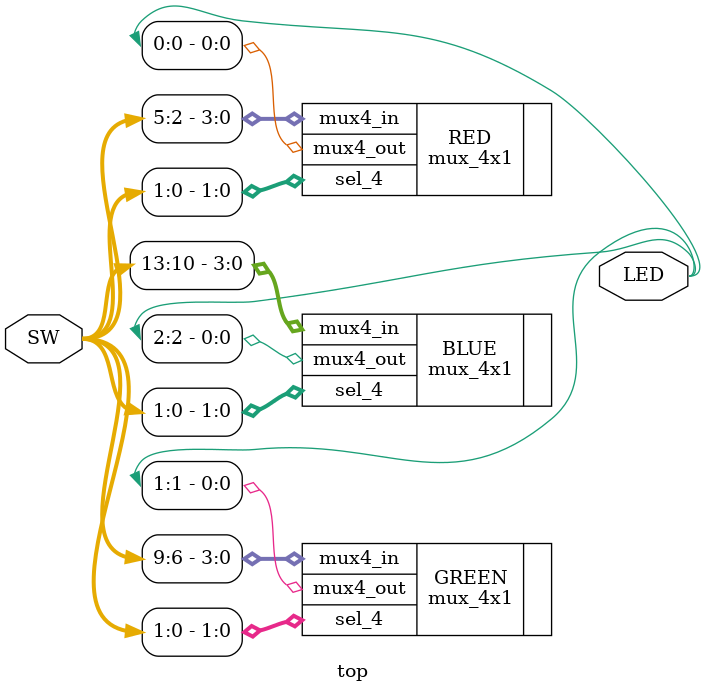
<source format=v>
`timescale 1ns / 1ps

//Structural modeling 

module top(
    input [13:0] SW,
    output [2:0] LED
    );

    mux_4x1 RED(
        .sel_4(SW[1:0]),
        .mux4_in(SW[5:2]),
        .mux4_out(LED[0])
        );
    mux_4x1 GREEN(
        .sel_4(SW[1:0]),
        .mux4_in(SW[9:6]),
        .mux4_out(LED[1])
        );
    mux_4x1 BLUE(
        .sel_4(SW[1:0]),
        .mux4_in(SW[13:10]),
        .mux4_out(LED[2])       
        );
        
endmodule
</source>
